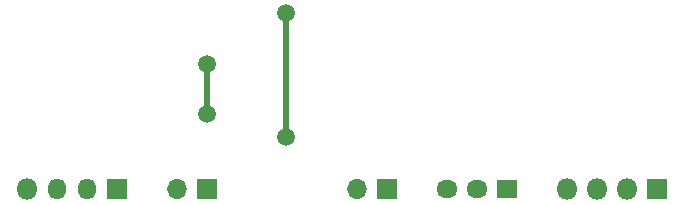
<source format=gbr>
%TF.GenerationSoftware,KiCad,Pcbnew,(5.1.8)-1*%
%TF.CreationDate,2024-06-14T00:01:12+03:00*%
%TF.ProjectId,MUX1,4d555831-2e6b-4696-9361-645f70636258,rev?*%
%TF.SameCoordinates,Original*%
%TF.FileFunction,Copper,L2,Bot*%
%TF.FilePolarity,Positive*%
%FSLAX46Y46*%
G04 Gerber Fmt 4.6, Leading zero omitted, Abs format (unit mm)*
G04 Created by KiCad (PCBNEW (5.1.8)-1) date 2024-06-14 00:01:12*
%MOMM*%
%LPD*%
G01*
G04 APERTURE LIST*
%TA.AperFunction,ComponentPad*%
%ADD10O,1.700000X1.700000*%
%TD*%
%TA.AperFunction,ComponentPad*%
%ADD11R,1.700000X1.700000*%
%TD*%
%TA.AperFunction,ComponentPad*%
%ADD12R,1.800000X1.800000*%
%TD*%
%TA.AperFunction,ComponentPad*%
%ADD13O,1.500000X1.800000*%
%TD*%
%TA.AperFunction,ComponentPad*%
%ADD14O,1.800000X1.800000*%
%TD*%
%TA.AperFunction,ComponentPad*%
%ADD15R,1.800000X1.500000*%
%TD*%
%TA.AperFunction,ComponentPad*%
%ADD16O,1.800000X1.500000*%
%TD*%
%TA.AperFunction,ViaPad*%
%ADD17C,1.500000*%
%TD*%
%TA.AperFunction,Conductor*%
%ADD18C,0.500000*%
%TD*%
G04 APERTURE END LIST*
D10*
%TO.P,J5,2*%
%TO.N,/O0*%
X111760000Y-63500000D03*
D11*
%TO.P,J5,1*%
%TO.N,/O1*%
X114300000Y-63500000D03*
%TD*%
D12*
%TO.P,J1,1*%
%TO.N,/A1*%
X91440000Y-63500000D03*
D13*
%TO.P,J1,2*%
%TO.N,/B1*%
X88900000Y-63500000D03*
%TO.P,J1,3*%
%TO.N,/B0*%
X86360000Y-63500000D03*
D14*
%TO.P,J1,4*%
%TO.N,/A0*%
X83820000Y-63500000D03*
%TD*%
%TO.P,J2,4*%
%TO.N,/D1*%
X129540000Y-63500000D03*
%TO.P,J2,3*%
%TO.N,/C1*%
X132080000Y-63500000D03*
%TO.P,J2,2*%
%TO.N,/C0*%
X134620000Y-63500000D03*
D12*
%TO.P,J2,1*%
%TO.N,/D0*%
X137160000Y-63500000D03*
%TD*%
D15*
%TO.P,J3,1*%
%TO.N,/S1*%
X124460000Y-63500000D03*
D16*
%TO.P,J3,2*%
%TO.N,/~E*%
X121920000Y-63500000D03*
%TO.P,J3,3*%
%TO.N,/S0*%
X119380000Y-63500000D03*
%TD*%
D11*
%TO.P,J4,1*%
%TO.N,GND*%
X99060000Y-63500000D03*
D10*
%TO.P,J4,2*%
%TO.N,VCC*%
X96520000Y-63500000D03*
%TD*%
D17*
%TO.N,VCC*%
X99060000Y-57150000D03*
X99060000Y-52875000D03*
%TO.N,/O0*%
X105727500Y-59055000D03*
X105727500Y-48577500D03*
%TD*%
D18*
%TO.N,VCC*%
X99060000Y-52875000D02*
X99060000Y-57150000D01*
%TO.N,/O0*%
X105727500Y-48577500D02*
X105727500Y-59055000D01*
%TD*%
M02*

</source>
